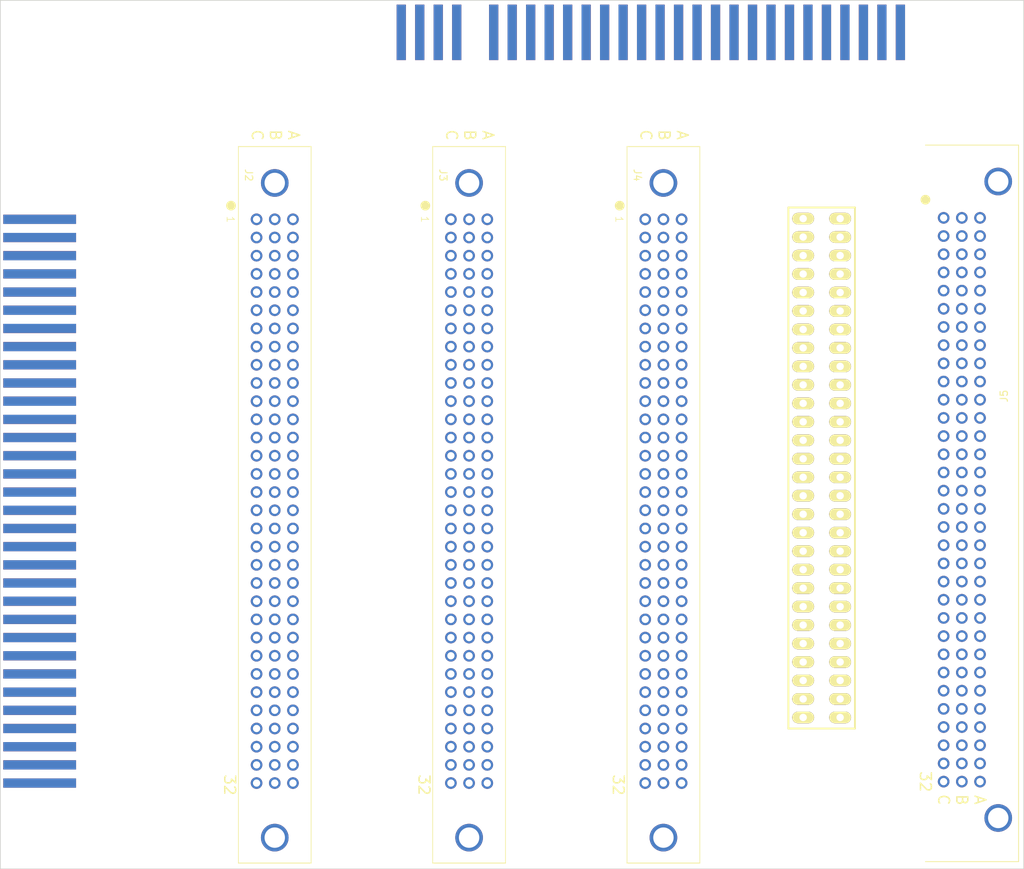
<source format=kicad_pcb>
(kicad_pcb (version 20221018) (generator pcbnew)
  (layers (0 "F.Cu" signal) (31 "B.Cu" signal) (34 "B.Paste" user) (35 "F.Paste" user) (36 "B.SilkS" user "B.Silkscreen") (37 "F.SilkS" user "F.Silkscreen") (38 "B.Mask" user) (39 "F.Mask" user) (44 "Edge.Cuts" user))
  (net 0 "")
  (net 1 "A15")
  (net 2 "A13")
  (net 3 "D7")
  (net 5 "D0")
  (net 6 "D1")
  (net 7 "D2")
  (net 8 "D6")
  (net 9 "D5")
  (net 10 "D3")
  (net 11 "D4")
  (net 12 "ПРL")
  (net 13 "НПРL")
  (net 14 "СТОПL")
  (net 15 "ОЗУL")
  (net 16 "ВУL")
  (net 17 "ЧТL")
  (net 18 "ЗПL")
  (net 19 "B19_SNP")
  (net 20 "ОЖИДL")
  (net 21 "B21_SNP")
  (net 22 "B22_SNP")
  (net 23 "M1L")
  (net 24 "РГНL")
  (net 25 "A8")
  (net 26 "A10")
  (net 27 "СБРОСL")
  (net 28 "B28_SNP")
  (net 29 "B29_SNP")
  (net 30 "B30_SNP")
  (net 31 "B31_SNP")
  (net 32 "B32_SNP")
  (net 33 "A14")
  (net 34 "A12")
  (net 35 "+5V")
  (net 37 "GND")
  (net 39 "A0")
  (net 40 "A1")
  (net 41 "A2")
  (net 42 "A3")
  (net 47 "STROBL")
  (net 48 "ЗАПРШL")
  (net 49 "A19_SNP")
  (net 50 "A7")
  (net 51 "A6")
  (net 52 "A5")
  (net 53 "A4")
  (net 54 "ЧТПЗУL")
  (net 55 "ПЗШL")
  (net 56 "A9")
  (net 57 "A11")
  (net 58 "A28_SNP")
  (net 59 "A29_SNP")
  (net 60 "A30_SNP")
  (net 61 "A31_SNP")
  (net 62 "BUSY")
  (footprint "Backplane:snp59_96_male_straight" (layer "F.Cu") (at 207.5 44.7 90)
    (fp_text reference "J3")
    (fp_text value "SNP_female_straight")
  )
  (footprint "Backplane:snp59_96_male_straight" (layer "F.Cu") (at 180.8 44.7 90)
    (fp_text reference "J2")
    (fp_text value "SNP_female_straight")
  )
  (footprint "Backplane:snp59_96_female_angle_3" (layer "F.Cu") (at 275.2 44.5 90)
    (fp_text reference "J5")
    (fp_text value "SNP_male_angle")
  )
  (footprint "Backplane:snp_straight" (layer "F.Cu") (at 151 122.835 90)
    (fp_text reference "J1" hide)
    (fp_text value "SNP_female_straight" hide)
  )
  (footprint "Backplane:Spectrum_edge_slot_FIXED" (layer "F.Cu") (at 253.44 82.7 90)
    (fp_text reference "J7" hide)
    (fp_text value "zx_bus" hide)
  )
  (footprint "Backplane:snp59_96_male_straight" (layer "F.Cu") (at 234.2 44.7 90)
    (fp_text reference "J4")
    (fp_text value "SNP_female_straight")
  )
  (footprint "Backplane:ZX SPECTRUM EDGE CONNECTOR (HORIZONTAL)" (layer "F.Cu") (at 229.97 19.254 180)
    (fp_text reference "J6" hide)
    (fp_text value "zx_bus" hide)
  )
  (gr_line (start 281.2 134) (end 140.6 134) (stroke (width 0.1)) (layer "Edge.Cuts"))
  (gr_line (start 140.6 14.6) (end 281.2 14.6) (stroke (width 0.1)) (layer "Edge.Cuts"))
  (gr_line (start 140.6 134) (end 140.6 14.6) (stroke (width 0.1)) (layer "Edge.Cuts"))
  (gr_line (start 281.2 14.6) (end 281.2 134) (stroke (width 0.1)) (layer "Edge.Cuts"))
)
</source>
